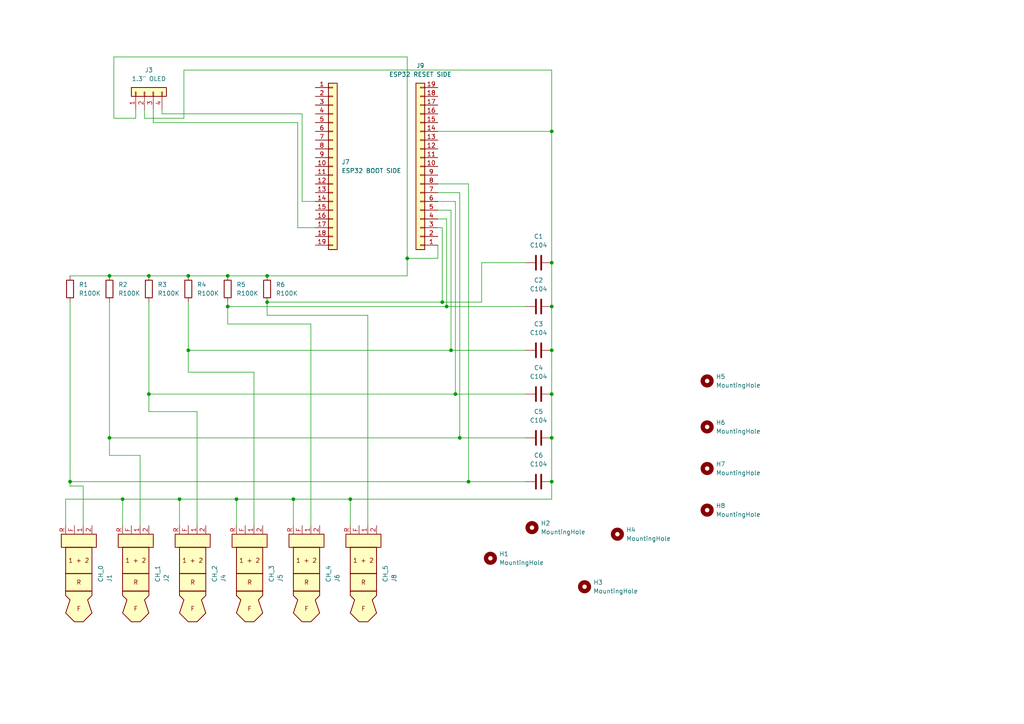
<source format=kicad_sch>
(kicad_sch (version 20211123) (generator eeschema)

  (uuid e63e39d7-6ac0-4ffd-8aa3-1841a4541b55)

  (paper "A4")

  (lib_symbols
    (symbol "Connector_Generic:Conn_01x04" (pin_names (offset 1.016) hide) (in_bom yes) (on_board yes)
      (property "Reference" "J" (id 0) (at 0 5.08 0)
        (effects (font (size 1.27 1.27)))
      )
      (property "Value" "Conn_01x04" (id 1) (at 0 -7.62 0)
        (effects (font (size 1.27 1.27)))
      )
      (property "Footprint" "" (id 2) (at 0 0 0)
        (effects (font (size 1.27 1.27)) hide)
      )
      (property "Datasheet" "~" (id 3) (at 0 0 0)
        (effects (font (size 1.27 1.27)) hide)
      )
      (property "ki_keywords" "connector" (id 4) (at 0 0 0)
        (effects (font (size 1.27 1.27)) hide)
      )
      (property "ki_description" "Generic connector, single row, 01x04, script generated (kicad-library-utils/schlib/autogen/connector/)" (id 5) (at 0 0 0)
        (effects (font (size 1.27 1.27)) hide)
      )
      (property "ki_fp_filters" "Connector*:*_1x??_*" (id 6) (at 0 0 0)
        (effects (font (size 1.27 1.27)) hide)
      )
      (symbol "Conn_01x04_1_1"
        (rectangle (start -1.27 -4.953) (end 0 -5.207)
          (stroke (width 0.1524) (type default) (color 0 0 0 0))
          (fill (type none))
        )
        (rectangle (start -1.27 -2.413) (end 0 -2.667)
          (stroke (width 0.1524) (type default) (color 0 0 0 0))
          (fill (type none))
        )
        (rectangle (start -1.27 0.127) (end 0 -0.127)
          (stroke (width 0.1524) (type default) (color 0 0 0 0))
          (fill (type none))
        )
        (rectangle (start -1.27 2.667) (end 0 2.413)
          (stroke (width 0.1524) (type default) (color 0 0 0 0))
          (fill (type none))
        )
        (rectangle (start -1.27 3.81) (end 1.27 -6.35)
          (stroke (width 0.254) (type default) (color 0 0 0 0))
          (fill (type background))
        )
        (pin passive line (at -5.08 2.54 0) (length 3.81)
          (name "Pin_1" (effects (font (size 1.27 1.27))))
          (number "1" (effects (font (size 1.27 1.27))))
        )
        (pin passive line (at -5.08 0 0) (length 3.81)
          (name "Pin_2" (effects (font (size 1.27 1.27))))
          (number "2" (effects (font (size 1.27 1.27))))
        )
        (pin passive line (at -5.08 -2.54 0) (length 3.81)
          (name "Pin_3" (effects (font (size 1.27 1.27))))
          (number "3" (effects (font (size 1.27 1.27))))
        )
        (pin passive line (at -5.08 -5.08 0) (length 3.81)
          (name "Pin_4" (effects (font (size 1.27 1.27))))
          (number "4" (effects (font (size 1.27 1.27))))
        )
      )
    )
    (symbol "Connector_Generic:Conn_01x19" (pin_names (offset 1.016) hide) (in_bom yes) (on_board yes)
      (property "Reference" "J" (id 0) (at 0 25.4 0)
        (effects (font (size 1.27 1.27)))
      )
      (property "Value" "Conn_01x19" (id 1) (at 0 -25.4 0)
        (effects (font (size 1.27 1.27)))
      )
      (property "Footprint" "" (id 2) (at 0 0 0)
        (effects (font (size 1.27 1.27)) hide)
      )
      (property "Datasheet" "~" (id 3) (at 0 0 0)
        (effects (font (size 1.27 1.27)) hide)
      )
      (property "ki_keywords" "connector" (id 4) (at 0 0 0)
        (effects (font (size 1.27 1.27)) hide)
      )
      (property "ki_description" "Generic connector, single row, 01x19, script generated (kicad-library-utils/schlib/autogen/connector/)" (id 5) (at 0 0 0)
        (effects (font (size 1.27 1.27)) hide)
      )
      (property "ki_fp_filters" "Connector*:*_1x??_*" (id 6) (at 0 0 0)
        (effects (font (size 1.27 1.27)) hide)
      )
      (symbol "Conn_01x19_1_1"
        (rectangle (start -1.27 -22.733) (end 0 -22.987)
          (stroke (width 0.1524) (type default) (color 0 0 0 0))
          (fill (type none))
        )
        (rectangle (start -1.27 -20.193) (end 0 -20.447)
          (stroke (width 0.1524) (type default) (color 0 0 0 0))
          (fill (type none))
        )
        (rectangle (start -1.27 -17.653) (end 0 -17.907)
          (stroke (width 0.1524) (type default) (color 0 0 0 0))
          (fill (type none))
        )
        (rectangle (start -1.27 -15.113) (end 0 -15.367)
          (stroke (width 0.1524) (type default) (color 0 0 0 0))
          (fill (type none))
        )
        (rectangle (start -1.27 -12.573) (end 0 -12.827)
          (stroke (width 0.1524) (type default) (color 0 0 0 0))
          (fill (type none))
        )
        (rectangle (start -1.27 -10.033) (end 0 -10.287)
          (stroke (width 0.1524) (type default) (color 0 0 0 0))
          (fill (type none))
        )
        (rectangle (start -1.27 -7.493) (end 0 -7.747)
          (stroke (width 0.1524) (type default) (color 0 0 0 0))
          (fill (type none))
        )
        (rectangle (start -1.27 -4.953) (end 0 -5.207)
          (stroke (width 0.1524) (type default) (color 0 0 0 0))
          (fill (type none))
        )
        (rectangle (start -1.27 -2.413) (end 0 -2.667)
          (stroke (width 0.1524) (type default) (color 0 0 0 0))
          (fill (type none))
        )
        (rectangle (start -1.27 0.127) (end 0 -0.127)
          (stroke (width 0.1524) (type default) (color 0 0 0 0))
          (fill (type none))
        )
        (rectangle (start -1.27 2.667) (end 0 2.413)
          (stroke (width 0.1524) (type default) (color 0 0 0 0))
          (fill (type none))
        )
        (rectangle (start -1.27 5.207) (end 0 4.953)
          (stroke (width 0.1524) (type default) (color 0 0 0 0))
          (fill (type none))
        )
        (rectangle (start -1.27 7.747) (end 0 7.493)
          (stroke (width 0.1524) (type default) (color 0 0 0 0))
          (fill (type none))
        )
        (rectangle (start -1.27 10.287) (end 0 10.033)
          (stroke (width 0.1524) (type default) (color 0 0 0 0))
          (fill (type none))
        )
        (rectangle (start -1.27 12.827) (end 0 12.573)
          (stroke (width 0.1524) (type default) (color 0 0 0 0))
          (fill (type none))
        )
        (rectangle (start -1.27 15.367) (end 0 15.113)
          (stroke (width 0.1524) (type default) (color 0 0 0 0))
          (fill (type none))
        )
        (rectangle (start -1.27 17.907) (end 0 17.653)
          (stroke (width 0.1524) (type default) (color 0 0 0 0))
          (fill (type none))
        )
        (rectangle (start -1.27 20.447) (end 0 20.193)
          (stroke (width 0.1524) (type default) (color 0 0 0 0))
          (fill (type none))
        )
        (rectangle (start -1.27 22.987) (end 0 22.733)
          (stroke (width 0.1524) (type default) (color 0 0 0 0))
          (fill (type none))
        )
        (rectangle (start -1.27 24.13) (end 1.27 -24.13)
          (stroke (width 0.254) (type default) (color 0 0 0 0))
          (fill (type background))
        )
        (pin passive line (at -5.08 22.86 0) (length 3.81)
          (name "Pin_1" (effects (font (size 1.27 1.27))))
          (number "1" (effects (font (size 1.27 1.27))))
        )
        (pin passive line (at -5.08 0 0) (length 3.81)
          (name "Pin_10" (effects (font (size 1.27 1.27))))
          (number "10" (effects (font (size 1.27 1.27))))
        )
        (pin passive line (at -5.08 -2.54 0) (length 3.81)
          (name "Pin_11" (effects (font (size 1.27 1.27))))
          (number "11" (effects (font (size 1.27 1.27))))
        )
        (pin passive line (at -5.08 -5.08 0) (length 3.81)
          (name "Pin_12" (effects (font (size 1.27 1.27))))
          (number "12" (effects (font (size 1.27 1.27))))
        )
        (pin passive line (at -5.08 -7.62 0) (length 3.81)
          (name "Pin_13" (effects (font (size 1.27 1.27))))
          (number "13" (effects (font (size 1.27 1.27))))
        )
        (pin passive line (at -5.08 -10.16 0) (length 3.81)
          (name "Pin_14" (effects (font (size 1.27 1.27))))
          (number "14" (effects (font (size 1.27 1.27))))
        )
        (pin passive line (at -5.08 -12.7 0) (length 3.81)
          (name "Pin_15" (effects (font (size 1.27 1.27))))
          (number "15" (effects (font (size 1.27 1.27))))
        )
        (pin passive line (at -5.08 -15.24 0) (length 3.81)
          (name "Pin_16" (effects (font (size 1.27 1.27))))
          (number "16" (effects (font (size 1.27 1.27))))
        )
        (pin passive line (at -5.08 -17.78 0) (length 3.81)
          (name "Pin_17" (effects (font (size 1.27 1.27))))
          (number "17" (effects (font (size 1.27 1.27))))
        )
        (pin passive line (at -5.08 -20.32 0) (length 3.81)
          (name "Pin_18" (effects (font (size 1.27 1.27))))
          (number "18" (effects (font (size 1.27 1.27))))
        )
        (pin passive line (at -5.08 -22.86 0) (length 3.81)
          (name "Pin_19" (effects (font (size 1.27 1.27))))
          (number "19" (effects (font (size 1.27 1.27))))
        )
        (pin passive line (at -5.08 20.32 0) (length 3.81)
          (name "Pin_2" (effects (font (size 1.27 1.27))))
          (number "2" (effects (font (size 1.27 1.27))))
        )
        (pin passive line (at -5.08 17.78 0) (length 3.81)
          (name "Pin_3" (effects (font (size 1.27 1.27))))
          (number "3" (effects (font (size 1.27 1.27))))
        )
        (pin passive line (at -5.08 15.24 0) (length 3.81)
          (name "Pin_4" (effects (font (size 1.27 1.27))))
          (number "4" (effects (font (size 1.27 1.27))))
        )
        (pin passive line (at -5.08 12.7 0) (length 3.81)
          (name "Pin_5" (effects (font (size 1.27 1.27))))
          (number "5" (effects (font (size 1.27 1.27))))
        )
        (pin passive line (at -5.08 10.16 0) (length 3.81)
          (name "Pin_6" (effects (font (size 1.27 1.27))))
          (number "6" (effects (font (size 1.27 1.27))))
        )
        (pin passive line (at -5.08 7.62 0) (length 3.81)
          (name "Pin_7" (effects (font (size 1.27 1.27))))
          (number "7" (effects (font (size 1.27 1.27))))
        )
        (pin passive line (at -5.08 5.08 0) (length 3.81)
          (name "Pin_8" (effects (font (size 1.27 1.27))))
          (number "8" (effects (font (size 1.27 1.27))))
        )
        (pin passive line (at -5.08 2.54 0) (length 3.81)
          (name "Pin_9" (effects (font (size 1.27 1.27))))
          (number "9" (effects (font (size 1.27 1.27))))
        )
      )
    )
    (symbol "Device:C" (pin_numbers hide) (pin_names (offset 0.254)) (in_bom yes) (on_board yes)
      (property "Reference" "C" (id 0) (at 0.635 2.54 0)
        (effects (font (size 1.27 1.27)) (justify left))
      )
      (property "Value" "C" (id 1) (at 0.635 -2.54 0)
        (effects (font (size 1.27 1.27)) (justify left))
      )
      (property "Footprint" "" (id 2) (at 0.9652 -3.81 0)
        (effects (font (size 1.27 1.27)) hide)
      )
      (property "Datasheet" "~" (id 3) (at 0 0 0)
        (effects (font (size 1.27 1.27)) hide)
      )
      (property "ki_keywords" "cap capacitor" (id 4) (at 0 0 0)
        (effects (font (size 1.27 1.27)) hide)
      )
      (property "ki_description" "Unpolarized capacitor" (id 5) (at 0 0 0)
        (effects (font (size 1.27 1.27)) hide)
      )
      (property "ki_fp_filters" "C_*" (id 6) (at 0 0 0)
        (effects (font (size 1.27 1.27)) hide)
      )
      (symbol "C_0_1"
        (polyline
          (pts
            (xy -2.032 -0.762)
            (xy 2.032 -0.762)
          )
          (stroke (width 0.508) (type default) (color 0 0 0 0))
          (fill (type none))
        )
        (polyline
          (pts
            (xy -2.032 0.762)
            (xy 2.032 0.762)
          )
          (stroke (width 0.508) (type default) (color 0 0 0 0))
          (fill (type none))
        )
      )
      (symbol "C_1_1"
        (pin passive line (at 0 3.81 270) (length 2.794)
          (name "~" (effects (font (size 1.27 1.27))))
          (number "1" (effects (font (size 1.27 1.27))))
        )
        (pin passive line (at 0 -3.81 90) (length 2.794)
          (name "~" (effects (font (size 1.27 1.27))))
          (number "2" (effects (font (size 1.27 1.27))))
        )
      )
    )
    (symbol "Device:R" (pin_numbers hide) (pin_names (offset 0)) (in_bom yes) (on_board yes)
      (property "Reference" "R" (id 0) (at 2.032 0 90)
        (effects (font (size 1.27 1.27)))
      )
      (property "Value" "R" (id 1) (at 0 0 90)
        (effects (font (size 1.27 1.27)))
      )
      (property "Footprint" "" (id 2) (at -1.778 0 90)
        (effects (font (size 1.27 1.27)) hide)
      )
      (property "Datasheet" "~" (id 3) (at 0 0 0)
        (effects (font (size 1.27 1.27)) hide)
      )
      (property "ki_keywords" "R res resistor" (id 4) (at 0 0 0)
        (effects (font (size 1.27 1.27)) hide)
      )
      (property "ki_description" "Resistor" (id 5) (at 0 0 0)
        (effects (font (size 1.27 1.27)) hide)
      )
      (property "ki_fp_filters" "R_*" (id 6) (at 0 0 0)
        (effects (font (size 1.27 1.27)) hide)
      )
      (symbol "R_0_1"
        (rectangle (start -1.016 -2.54) (end 1.016 2.54)
          (stroke (width 0.254) (type default) (color 0 0 0 0))
          (fill (type none))
        )
      )
      (symbol "R_1_1"
        (pin passive line (at 0 3.81 270) (length 1.27)
          (name "~" (effects (font (size 1.27 1.27))))
          (number "1" (effects (font (size 1.27 1.27))))
        )
        (pin passive line (at 0 -3.81 90) (length 1.27)
          (name "~" (effects (font (size 1.27 1.27))))
          (number "2" (effects (font (size 1.27 1.27))))
        )
      )
    )
    (symbol "Mechanical:MountingHole" (pin_names (offset 1.016)) (in_bom yes) (on_board yes)
      (property "Reference" "H" (id 0) (at 0 5.08 0)
        (effects (font (size 1.27 1.27)))
      )
      (property "Value" "MountingHole" (id 1) (at 0 3.175 0)
        (effects (font (size 1.27 1.27)))
      )
      (property "Footprint" "" (id 2) (at 0 0 0)
        (effects (font (size 1.27 1.27)) hide)
      )
      (property "Datasheet" "~" (id 3) (at 0 0 0)
        (effects (font (size 1.27 1.27)) hide)
      )
      (property "ki_keywords" "mounting hole" (id 4) (at 0 0 0)
        (effects (font (size 1.27 1.27)) hide)
      )
      (property "ki_description" "Mounting Hole without connection" (id 5) (at 0 0 0)
        (effects (font (size 1.27 1.27)) hide)
      )
      (property "ki_fp_filters" "MountingHole*" (id 6) (at 0 0 0)
        (effects (font (size 1.27 1.27)) hide)
      )
      (symbol "MountingHole_0_1"
        (circle (center 0 0) (radius 1.27)
          (stroke (width 1.27) (type default) (color 0 0 0 0))
          (fill (type none))
        )
      )
    )
    (symbol "MyLibrarySymbols:PJ-210B" (in_bom yes) (on_board yes)
      (property "Reference" "J" (id 0) (at -4.445 6.985 90)
        (effects (font (size 1.27 1.27)))
      )
      (property "Value" "PJ-210B" (id 1) (at 8.255 8.255 90)
        (effects (font (size 1.27 1.27)))
      )
      (property "Footprint" "" (id 2) (at 3.175 5.715 90)
        (effects (font (size 1.27 1.27)) hide)
      )
      (property "Datasheet" "~" (id 3) (at 3.175 5.715 90)
        (effects (font (size 1.27 1.27)) hide)
      )
      (property "ki_keywords" "audio jack plug stereo headphones TRRS connector 2.5mm 3.5mm" (id 4) (at 0 0 0)
        (effects (font (size 1.27 1.27)) hide)
      )
      (property "ki_description" "Audio Jack, 4 Poles (Stereo / TRRS)" (id 5) (at 0 0 0)
        (effects (font (size 1.27 1.27)) hide)
      )
      (property "ki_fp_filters" "Plug*" (id 6) (at 0 0 0)
        (effects (font (size 1.27 1.27)) hide)
      )
      (symbol "PJ-210B_0_0"
        (text "1 + 2" (at 1.905 1.905 0)
          (effects (font (size 1.27 1.27)))
        )
        (text "F" (at 1.905 -12.065 0)
          (effects (font (size 1.27 1.27)))
        )
        (text "R" (at 1.905 -4.445 0)
          (effects (font (size 1.27 1.27)))
        )
      )
      (symbol "PJ-210B_0_1"
        (rectangle (start -3.175 9.525) (end 6.985 5.715)
          (stroke (width 0.254) (type default) (color 0 0 0 0))
          (fill (type background))
        )
        (rectangle (start -1.905 -1.905) (end 5.715 -6.985)
          (stroke (width 0.254) (type default) (color 0 0 0 0))
          (fill (type background))
        )
        (rectangle (start -1.905 -1.905) (end 5.715 5.715)
          (stroke (width 0.254) (type default) (color 0 0 0 0))
          (fill (type background))
        )
        (polyline
          (pts
            (xy -1.905 -6.985)
            (xy -1.905 -8.255)
            (xy -0.635 -9.525)
            (xy -1.905 -13.335)
            (xy 0.635 -15.875)
            (xy 3.175 -15.875)
            (xy 5.715 -13.335)
            (xy 4.445 -9.525)
            (xy 5.715 -8.255)
            (xy 5.715 -6.985)
            (xy -1.905 -6.985)
          )
          (stroke (width 0.254) (type default) (color 0 0 0 0))
          (fill (type background))
        )
      )
      (symbol "PJ-210B_1_1"
        (pin passive line (at 3.175 12.065 270) (length 2.54)
          (name "~" (effects (font (size 1.27 1.27))))
          (number "1" (effects (font (size 1.27 1.27))))
        )
        (pin passive line (at 5.715 12.065 270) (length 2.54)
          (name "~" (effects (font (size 1.27 1.27))))
          (number "2" (effects (font (size 1.27 1.27))))
        )
        (pin passive line (at 0.635 12.065 270) (length 2.54)
          (name "~" (effects (font (size 1.27 1.27))))
          (number "F" (effects (font (size 1.27 1.27))))
        )
        (pin passive line (at -1.905 12.065 270) (length 2.54)
          (name "~" (effects (font (size 1.27 1.27))))
          (number "R" (effects (font (size 1.27 1.27))))
        )
      )
    )
  )

  (junction (at 77.47 87.63) (diameter 0) (color 0 0 0 0)
    (uuid 0624720b-cac1-4df6-bc5d-a42920a76a90)
  )
  (junction (at 54.61 101.6) (diameter 0) (color 0 0 0 0)
    (uuid 0e188e80-8310-4ef9-bb17-516c4c0ea942)
  )
  (junction (at 85.09 144.78) (diameter 0) (color 0 0 0 0)
    (uuid 0e70bab6-ce9d-4438-b613-4db3b3345496)
  )
  (junction (at 54.61 80.01) (diameter 0) (color 0 0 0 0)
    (uuid 117590f8-a296-495c-93a8-03865b1824aa)
  )
  (junction (at 160.02 88.9) (diameter 0) (color 0 0 0 0)
    (uuid 25e76175-c81b-4631-a033-8bf5c8750d8e)
  )
  (junction (at 66.04 88.9) (diameter 0) (color 0 0 0 0)
    (uuid 44029863-c050-4275-b5aa-d3dd1b839dcd)
  )
  (junction (at 130.81 101.6) (diameter 0) (color 0 0 0 0)
    (uuid 44b184ef-56db-492a-a791-15f3824563df)
  )
  (junction (at 52.07 144.78) (diameter 0) (color 0 0 0 0)
    (uuid 46672d41-23f5-4a8b-a527-af3fd81ce725)
  )
  (junction (at 118.11 74.93) (diameter 0) (color 0 0 0 0)
    (uuid 4ab00b4d-c646-4fde-97be-d33a7736476f)
  )
  (junction (at 129.54 88.9) (diameter 0) (color 0 0 0 0)
    (uuid 5e20e1cb-8bc0-4006-b80a-3510b2ee59e1)
  )
  (junction (at 43.18 80.01) (diameter 0) (color 0 0 0 0)
    (uuid 6632fe86-72da-4886-bb65-2f3a27b8d991)
  )
  (junction (at 160.02 139.7) (diameter 0) (color 0 0 0 0)
    (uuid 6ae48240-c826-449f-8d4a-f6cd00a0b5d3)
  )
  (junction (at 35.56 144.78) (diameter 0) (color 0 0 0 0)
    (uuid 6e256b5c-9f27-4ca3-a48d-4196b03bfcc2)
  )
  (junction (at 77.47 80.01) (diameter 0) (color 0 0 0 0)
    (uuid 7178fed0-4a59-4f9b-af94-a19f6d660568)
  )
  (junction (at 128.27 87.63) (diameter 0) (color 0 0 0 0)
    (uuid 7560da25-8a4f-445f-8f13-bbf0535f8bdd)
  )
  (junction (at 101.6 144.78) (diameter 0) (color 0 0 0 0)
    (uuid 7e19182b-c3b6-47cc-af36-e0fa80856baf)
  )
  (junction (at 133.35 127) (diameter 0) (color 0 0 0 0)
    (uuid 833fc7da-47fe-4579-9b3e-46beb4aee4f8)
  )
  (junction (at 68.58 144.78) (diameter 0) (color 0 0 0 0)
    (uuid 8bea086a-74ce-4f77-8026-cb3925c0b063)
  )
  (junction (at 31.75 127) (diameter 0) (color 0 0 0 0)
    (uuid 94db4f0f-0fbe-4575-9c6e-18629cbbcc58)
  )
  (junction (at 66.04 80.01) (diameter 0) (color 0 0 0 0)
    (uuid 9941de3b-f58f-4565-85a1-f12a219c44e2)
  )
  (junction (at 135.89 139.7) (diameter 0) (color 0 0 0 0)
    (uuid 9d236298-38f2-4362-9ef4-1e7c4af9f8a8)
  )
  (junction (at 160.02 38.1) (diameter 0) (color 0 0 0 0)
    (uuid a23a1551-d1f6-4700-b6bd-537193d83105)
  )
  (junction (at 160.02 114.3) (diameter 0) (color 0 0 0 0)
    (uuid a864d05c-060c-47af-a736-432d5bc458d5)
  )
  (junction (at 160.02 76.2) (diameter 0) (color 0 0 0 0)
    (uuid a9972473-3667-4e1a-8a41-b6e79e2e07b8)
  )
  (junction (at 132.08 114.3) (diameter 0) (color 0 0 0 0)
    (uuid aa17216b-978f-4fab-aaba-ae62a799e5b5)
  )
  (junction (at 20.32 139.7) (diameter 0) (color 0 0 0 0)
    (uuid b5e84dd6-2f57-4ca8-8546-c039342b21bb)
  )
  (junction (at 43.18 114.3) (diameter 0) (color 0 0 0 0)
    (uuid b881029e-cbfe-4d98-a126-45568a7b947e)
  )
  (junction (at 31.75 80.01) (diameter 0) (color 0 0 0 0)
    (uuid be5710c2-0ec7-41c6-af8f-51881b777d46)
  )
  (junction (at 160.02 127) (diameter 0) (color 0 0 0 0)
    (uuid be6885ae-024b-40af-96da-568d286bf13d)
  )
  (junction (at 160.02 101.6) (diameter 0) (color 0 0 0 0)
    (uuid e0ab3275-a7e3-405c-bc89-abb275f7b608)
  )

  (wire (pts (xy 66.04 87.63) (xy 66.04 88.9))
    (stroke (width 0) (type default) (color 0 0 0 0))
    (uuid 021f3c5e-47b9-42e9-9d60-e19544f03dab)
  )
  (wire (pts (xy 130.81 101.6) (xy 152.4 101.6))
    (stroke (width 0) (type default) (color 0 0 0 0))
    (uuid 041d805e-1018-48c8-ac7e-b1e65ffca759)
  )
  (wire (pts (xy 31.75 87.63) (xy 31.75 127))
    (stroke (width 0) (type default) (color 0 0 0 0))
    (uuid 084d0cc2-1d14-4386-8e7f-0b1708645390)
  )
  (wire (pts (xy 33.02 16.51) (xy 33.02 34.29))
    (stroke (width 0) (type default) (color 0 0 0 0))
    (uuid 093b31d5-edb1-4498-898f-4bf3e02ca7b2)
  )
  (wire (pts (xy 54.61 101.6) (xy 130.81 101.6))
    (stroke (width 0) (type default) (color 0 0 0 0))
    (uuid 0bb5b1d5-63d3-4149-b2b0-f4af93b2cabd)
  )
  (wire (pts (xy 31.75 132.08) (xy 31.75 127))
    (stroke (width 0) (type default) (color 0 0 0 0))
    (uuid 0bc697d5-7429-426c-9cfb-79101ca384d3)
  )
  (wire (pts (xy 20.32 139.7) (xy 20.32 140.97))
    (stroke (width 0) (type default) (color 0 0 0 0))
    (uuid 123a680c-7b92-42c2-9826-22ff960398ef)
  )
  (wire (pts (xy 40.64 152.4) (xy 40.64 132.08))
    (stroke (width 0) (type default) (color 0 0 0 0))
    (uuid 18850c45-2448-430c-9fe1-508e9ef1d65a)
  )
  (wire (pts (xy 73.66 152.4) (xy 73.66 107.95))
    (stroke (width 0) (type default) (color 0 0 0 0))
    (uuid 18ff7b70-2f4b-4791-91f9-efc6ad39c353)
  )
  (wire (pts (xy 44.45 35.56) (xy 44.45 31.75))
    (stroke (width 0) (type default) (color 0 0 0 0))
    (uuid 19117bac-fb9a-43b7-a7fe-cdc32e217724)
  )
  (wire (pts (xy 160.02 101.6) (xy 160.02 114.3))
    (stroke (width 0) (type default) (color 0 0 0 0))
    (uuid 1926b84b-9788-4854-964b-d9b6fc685b27)
  )
  (wire (pts (xy 160.02 88.9) (xy 160.02 101.6))
    (stroke (width 0) (type default) (color 0 0 0 0))
    (uuid 1c7a4d39-03d0-4184-b4cc-f49844598e21)
  )
  (wire (pts (xy 133.35 55.88) (xy 133.35 127))
    (stroke (width 0) (type default) (color 0 0 0 0))
    (uuid 1cb48378-cc09-45e0-ac2b-6214a4d743c8)
  )
  (wire (pts (xy 20.32 80.01) (xy 31.75 80.01))
    (stroke (width 0) (type default) (color 0 0 0 0))
    (uuid 1db28020-6b86-4c3b-9dd6-690bb8430a6e)
  )
  (wire (pts (xy 53.34 20.32) (xy 53.34 34.29))
    (stroke (width 0) (type default) (color 0 0 0 0))
    (uuid 1e06fa10-cc35-4228-b282-c7fecff18995)
  )
  (wire (pts (xy 31.75 127) (xy 133.35 127))
    (stroke (width 0) (type default) (color 0 0 0 0))
    (uuid 23db7f5e-41f3-47a1-8c68-fa1474536e53)
  )
  (wire (pts (xy 106.68 152.4) (xy 106.68 91.44))
    (stroke (width 0) (type default) (color 0 0 0 0))
    (uuid 2574a326-aa1d-4bcf-8364-fd35d10db213)
  )
  (wire (pts (xy 127 38.1) (xy 160.02 38.1))
    (stroke (width 0) (type default) (color 0 0 0 0))
    (uuid 25c67011-0c42-478c-9ecd-82ddd09dca81)
  )
  (wire (pts (xy 87.63 58.42) (xy 87.63 33.02))
    (stroke (width 0) (type default) (color 0 0 0 0))
    (uuid 31c3038c-2a69-44fc-9273-b0808649b80c)
  )
  (wire (pts (xy 135.89 139.7) (xy 152.4 139.7))
    (stroke (width 0) (type default) (color 0 0 0 0))
    (uuid 35f9ab79-c877-4a0f-a243-b8fdec21d76a)
  )
  (wire (pts (xy 160.02 114.3) (xy 160.02 127))
    (stroke (width 0) (type default) (color 0 0 0 0))
    (uuid 393575db-f2a7-4a7b-88f5-0de5c0d64190)
  )
  (wire (pts (xy 127 63.5) (xy 129.54 63.5))
    (stroke (width 0) (type default) (color 0 0 0 0))
    (uuid 39e84082-6dff-4103-a7d0-6ce85284a95d)
  )
  (wire (pts (xy 91.44 66.04) (xy 86.36 66.04))
    (stroke (width 0) (type default) (color 0 0 0 0))
    (uuid 4002f40b-e1ed-421d-836f-4c21903ab03a)
  )
  (wire (pts (xy 77.47 87.63) (xy 128.27 87.63))
    (stroke (width 0) (type default) (color 0 0 0 0))
    (uuid 4095392b-c6bf-4ce6-bce1-7b635e0fc2b7)
  )
  (wire (pts (xy 19.05 144.78) (xy 35.56 144.78))
    (stroke (width 0) (type default) (color 0 0 0 0))
    (uuid 4390d7c3-8e0b-472d-8521-f6dcb7dc6e97)
  )
  (wire (pts (xy 133.35 127) (xy 152.4 127))
    (stroke (width 0) (type default) (color 0 0 0 0))
    (uuid 481cfff2-8420-4092-a3ec-ca679bb96f63)
  )
  (wire (pts (xy 54.61 80.01) (xy 66.04 80.01))
    (stroke (width 0) (type default) (color 0 0 0 0))
    (uuid 4c7ca93e-d756-44e4-8722-990e10dedb33)
  )
  (wire (pts (xy 85.09 144.78) (xy 85.09 152.4))
    (stroke (width 0) (type default) (color 0 0 0 0))
    (uuid 4d8d33b5-8d2d-4b9d-be0a-ba69412b29e0)
  )
  (wire (pts (xy 43.18 80.01) (xy 54.61 80.01))
    (stroke (width 0) (type default) (color 0 0 0 0))
    (uuid 4e5d3bea-b075-4964-81c1-88c1d40098bd)
  )
  (wire (pts (xy 77.47 80.01) (xy 118.11 80.01))
    (stroke (width 0) (type default) (color 0 0 0 0))
    (uuid 4eae9114-88c8-4551-b2c8-073ed28130a4)
  )
  (wire (pts (xy 87.63 58.42) (xy 91.44 58.42))
    (stroke (width 0) (type default) (color 0 0 0 0))
    (uuid 4f853f33-c75d-41c8-9316-6a6bef271bf9)
  )
  (wire (pts (xy 127 66.04) (xy 128.27 66.04))
    (stroke (width 0) (type default) (color 0 0 0 0))
    (uuid 558b2fcf-20d4-4913-92e0-901c5089c754)
  )
  (wire (pts (xy 129.54 88.9) (xy 152.4 88.9))
    (stroke (width 0) (type default) (color 0 0 0 0))
    (uuid 56295701-ac4c-456d-9d22-178738a2dc66)
  )
  (wire (pts (xy 87.63 33.02) (xy 46.99 33.02))
    (stroke (width 0) (type default) (color 0 0 0 0))
    (uuid 58318b4b-e4e7-4353-803a-df0564e387e9)
  )
  (wire (pts (xy 127 60.96) (xy 130.81 60.96))
    (stroke (width 0) (type default) (color 0 0 0 0))
    (uuid 5c59dd24-d07f-4582-8b33-4e9721cbdefd)
  )
  (wire (pts (xy 73.66 107.95) (xy 54.61 107.95))
    (stroke (width 0) (type default) (color 0 0 0 0))
    (uuid 5d77a4b4-9d83-4a3c-b535-2fb40c637be0)
  )
  (wire (pts (xy 118.11 16.51) (xy 33.02 16.51))
    (stroke (width 0) (type default) (color 0 0 0 0))
    (uuid 635b22a6-5458-4897-a251-4d3c0823333b)
  )
  (wire (pts (xy 20.32 87.63) (xy 20.32 139.7))
    (stroke (width 0) (type default) (color 0 0 0 0))
    (uuid 6742b134-6982-4dc2-be8d-32711cd44456)
  )
  (wire (pts (xy 160.02 20.32) (xy 160.02 38.1))
    (stroke (width 0) (type default) (color 0 0 0 0))
    (uuid 680c9338-b49d-4168-adf1-7ca0efc08cc2)
  )
  (wire (pts (xy 40.64 132.08) (xy 31.75 132.08))
    (stroke (width 0) (type default) (color 0 0 0 0))
    (uuid 6cb7c1bf-ebd3-4638-a93c-fc3ef57a71f0)
  )
  (wire (pts (xy 24.13 140.97) (xy 24.13 152.4))
    (stroke (width 0) (type default) (color 0 0 0 0))
    (uuid 6ece6df8-6f75-4650-a7e2-14259e875486)
  )
  (wire (pts (xy 43.18 119.38) (xy 43.18 114.3))
    (stroke (width 0) (type default) (color 0 0 0 0))
    (uuid 70026751-d9e7-4d40-bb22-654fbbbb8c83)
  )
  (wire (pts (xy 127 74.93) (xy 118.11 74.93))
    (stroke (width 0) (type default) (color 0 0 0 0))
    (uuid 70835fb0-9edc-449e-bce1-8e681449f320)
  )
  (wire (pts (xy 127 58.42) (xy 132.08 58.42))
    (stroke (width 0) (type default) (color 0 0 0 0))
    (uuid 7149482d-b4d2-46ef-a7c3-9dca110ab036)
  )
  (wire (pts (xy 160.02 127) (xy 160.02 139.7))
    (stroke (width 0) (type default) (color 0 0 0 0))
    (uuid 739713fb-190e-42cb-9657-4bbb9b5e9502)
  )
  (wire (pts (xy 90.17 152.4) (xy 90.17 93.98))
    (stroke (width 0) (type default) (color 0 0 0 0))
    (uuid 74aad51f-85a2-4e71-b50d-d3ebd435c9af)
  )
  (wire (pts (xy 54.61 87.63) (xy 54.61 101.6))
    (stroke (width 0) (type default) (color 0 0 0 0))
    (uuid 7695dca9-0eb3-4520-8295-807e611e3842)
  )
  (wire (pts (xy 68.58 144.78) (xy 85.09 144.78))
    (stroke (width 0) (type default) (color 0 0 0 0))
    (uuid 7a11bdab-ba61-48cf-8332-48efe460475e)
  )
  (wire (pts (xy 127 53.34) (xy 135.89 53.34))
    (stroke (width 0) (type default) (color 0 0 0 0))
    (uuid 7b312f51-b901-4f63-a4cb-6cea549f7b58)
  )
  (wire (pts (xy 66.04 80.01) (xy 77.47 80.01))
    (stroke (width 0) (type default) (color 0 0 0 0))
    (uuid 7c17a8cb-3ee2-411d-9d98-aa657fbca83b)
  )
  (wire (pts (xy 68.58 144.78) (xy 68.58 152.4))
    (stroke (width 0) (type default) (color 0 0 0 0))
    (uuid 7ea318bf-a7b5-4add-87d6-356cfb8a34bc)
  )
  (wire (pts (xy 139.7 76.2) (xy 152.4 76.2))
    (stroke (width 0) (type default) (color 0 0 0 0))
    (uuid 7ff8c774-730c-4864-a049-b8c9a6e69f59)
  )
  (wire (pts (xy 139.7 87.63) (xy 139.7 76.2))
    (stroke (width 0) (type default) (color 0 0 0 0))
    (uuid 8723b34a-bc73-43e6-8169-272b3f3d99e4)
  )
  (wire (pts (xy 106.68 91.44) (xy 77.47 91.44))
    (stroke (width 0) (type default) (color 0 0 0 0))
    (uuid 8755b135-b5fe-48fe-9109-8ce3dfbe8780)
  )
  (wire (pts (xy 43.18 87.63) (xy 43.18 114.3))
    (stroke (width 0) (type default) (color 0 0 0 0))
    (uuid 8cd260e0-e99c-430b-b1e8-13faedfa90f3)
  )
  (wire (pts (xy 135.89 53.34) (xy 135.89 139.7))
    (stroke (width 0) (type default) (color 0 0 0 0))
    (uuid 8e5a4cef-629a-4f72-aa88-320881ed2a82)
  )
  (wire (pts (xy 130.81 60.96) (xy 130.81 101.6))
    (stroke (width 0) (type default) (color 0 0 0 0))
    (uuid 8ecc18cb-61c5-44a8-b3e5-2e9331fcde1a)
  )
  (wire (pts (xy 127 55.88) (xy 133.35 55.88))
    (stroke (width 0) (type default) (color 0 0 0 0))
    (uuid 9992ee8e-fd03-46ed-b2b9-ccdf097ceef0)
  )
  (wire (pts (xy 52.07 144.78) (xy 52.07 152.4))
    (stroke (width 0) (type default) (color 0 0 0 0))
    (uuid 9d65c916-e5d1-4256-95e3-0b4aa863899e)
  )
  (wire (pts (xy 53.34 34.29) (xy 41.91 34.29))
    (stroke (width 0) (type default) (color 0 0 0 0))
    (uuid 9d76eb29-2a75-4748-a4e4-90fe3e0acdb8)
  )
  (wire (pts (xy 132.08 58.42) (xy 132.08 114.3))
    (stroke (width 0) (type default) (color 0 0 0 0))
    (uuid 9f9f4d50-f1b0-4667-9098-0b1f9f0b0a94)
  )
  (wire (pts (xy 52.07 144.78) (xy 68.58 144.78))
    (stroke (width 0) (type default) (color 0 0 0 0))
    (uuid a1208b2a-8ffa-48b1-96ab-5c5d7ac943b9)
  )
  (wire (pts (xy 54.61 107.95) (xy 54.61 101.6))
    (stroke (width 0) (type default) (color 0 0 0 0))
    (uuid a6228aa4-6056-4e93-8c1e-05126c5fc9ab)
  )
  (wire (pts (xy 127 71.12) (xy 127 74.93))
    (stroke (width 0) (type default) (color 0 0 0 0))
    (uuid a6cc3a81-4c00-4e93-819a-655e79ab3381)
  )
  (wire (pts (xy 77.47 87.63) (xy 77.47 91.44))
    (stroke (width 0) (type default) (color 0 0 0 0))
    (uuid a70f0f49-21d2-453b-b35d-0c5eff3feec5)
  )
  (wire (pts (xy 19.05 144.78) (xy 19.05 152.4))
    (stroke (width 0) (type default) (color 0 0 0 0))
    (uuid aad7204c-87a9-4352-99ae-9b3ae95e291d)
  )
  (wire (pts (xy 132.08 114.3) (xy 152.4 114.3))
    (stroke (width 0) (type default) (color 0 0 0 0))
    (uuid ae609db9-73b3-4e98-b7fb-b952aac361e6)
  )
  (wire (pts (xy 53.34 20.32) (xy 160.02 20.32))
    (stroke (width 0) (type default) (color 0 0 0 0))
    (uuid b189398d-80b1-44ab-9f2d-2bb02a73b131)
  )
  (wire (pts (xy 35.56 144.78) (xy 35.56 152.4))
    (stroke (width 0) (type default) (color 0 0 0 0))
    (uuid b25fa862-95a1-42c3-bfae-6757344695e5)
  )
  (wire (pts (xy 41.91 34.29) (xy 41.91 31.75))
    (stroke (width 0) (type default) (color 0 0 0 0))
    (uuid b9b47562-61ed-4c27-95b1-22bde93a3eb3)
  )
  (wire (pts (xy 160.02 139.7) (xy 160.02 144.78))
    (stroke (width 0) (type default) (color 0 0 0 0))
    (uuid ba1b33f2-9514-400e-98de-be5911e811bc)
  )
  (wire (pts (xy 160.02 76.2) (xy 160.02 88.9))
    (stroke (width 0) (type default) (color 0 0 0 0))
    (uuid bf0cd6bf-a661-4311-b8a2-d78165f7c555)
  )
  (wire (pts (xy 33.02 34.29) (xy 39.37 34.29))
    (stroke (width 0) (type default) (color 0 0 0 0))
    (uuid c03a6662-32c6-4587-951f-0d704992b559)
  )
  (wire (pts (xy 85.09 144.78) (xy 101.6 144.78))
    (stroke (width 0) (type default) (color 0 0 0 0))
    (uuid c7283596-b68f-4d62-bb58-667dea50ba1b)
  )
  (wire (pts (xy 118.11 74.93) (xy 118.11 80.01))
    (stroke (width 0) (type default) (color 0 0 0 0))
    (uuid cf1abbb0-087c-4531-938b-ef29c8b104c3)
  )
  (wire (pts (xy 35.56 144.78) (xy 52.07 144.78))
    (stroke (width 0) (type default) (color 0 0 0 0))
    (uuid d2e4f79b-2cd4-4b6c-8b77-1e7d7354d6ed)
  )
  (wire (pts (xy 66.04 93.98) (xy 66.04 88.9))
    (stroke (width 0) (type default) (color 0 0 0 0))
    (uuid d59a9cb0-c90a-4f68-9fbf-f6b7175f795d)
  )
  (wire (pts (xy 57.15 152.4) (xy 57.15 119.38))
    (stroke (width 0) (type default) (color 0 0 0 0))
    (uuid dc6b4983-a5d5-4e60-9594-306dba92d54e)
  )
  (wire (pts (xy 66.04 88.9) (xy 129.54 88.9))
    (stroke (width 0) (type default) (color 0 0 0 0))
    (uuid dcbee37c-38f7-4b91-964f-8880d5e170a8)
  )
  (wire (pts (xy 101.6 144.78) (xy 101.6 152.4))
    (stroke (width 0) (type default) (color 0 0 0 0))
    (uuid dfb46883-5a11-448c-8968-ed0868c17cf2)
  )
  (wire (pts (xy 101.6 144.78) (xy 160.02 144.78))
    (stroke (width 0) (type default) (color 0 0 0 0))
    (uuid dfd41904-18ec-4ee4-9a12-b292e5818af9)
  )
  (wire (pts (xy 90.17 93.98) (xy 66.04 93.98))
    (stroke (width 0) (type default) (color 0 0 0 0))
    (uuid e1f73998-f39b-4d93-b8fe-d579c9d9d438)
  )
  (wire (pts (xy 31.75 80.01) (xy 43.18 80.01))
    (stroke (width 0) (type default) (color 0 0 0 0))
    (uuid e23dcdb1-0bee-4a48-8953-398e2dc90b43)
  )
  (wire (pts (xy 128.27 66.04) (xy 128.27 87.63))
    (stroke (width 0) (type default) (color 0 0 0 0))
    (uuid e5438cba-8c47-41f1-95b7-d8da464e718b)
  )
  (wire (pts (xy 128.27 87.63) (xy 139.7 87.63))
    (stroke (width 0) (type default) (color 0 0 0 0))
    (uuid e852a5aa-809e-4568-aaac-ddec5e3bb89a)
  )
  (wire (pts (xy 86.36 35.56) (xy 44.45 35.56))
    (stroke (width 0) (type default) (color 0 0 0 0))
    (uuid e90c6d7c-958e-478c-8aba-afd091837cf4)
  )
  (wire (pts (xy 20.32 140.97) (xy 24.13 140.97))
    (stroke (width 0) (type default) (color 0 0 0 0))
    (uuid ea36829e-2f96-4fca-b6b6-3da5e1d01361)
  )
  (wire (pts (xy 129.54 63.5) (xy 129.54 88.9))
    (stroke (width 0) (type default) (color 0 0 0 0))
    (uuid f525f8c9-1599-4ba5-9dc1-51f2712ebd44)
  )
  (wire (pts (xy 86.36 66.04) (xy 86.36 35.56))
    (stroke (width 0) (type default) (color 0 0 0 0))
    (uuid f6eec60f-10e4-40ba-9614-8d01052c7ead)
  )
  (wire (pts (xy 118.11 74.93) (xy 118.11 16.51))
    (stroke (width 0) (type default) (color 0 0 0 0))
    (uuid f93a7bf7-9f19-4b71-b32a-a3501cb00753)
  )
  (wire (pts (xy 46.99 33.02) (xy 46.99 31.75))
    (stroke (width 0) (type default) (color 0 0 0 0))
    (uuid fa43ce11-2393-428a-9b4b-87bb8854f0da)
  )
  (wire (pts (xy 39.37 34.29) (xy 39.37 31.75))
    (stroke (width 0) (type default) (color 0 0 0 0))
    (uuid fad7d225-cff1-43fe-8200-de5969812cb1)
  )
  (wire (pts (xy 20.32 139.7) (xy 135.89 139.7))
    (stroke (width 0) (type default) (color 0 0 0 0))
    (uuid fb6beab9-836c-4715-9563-e34373e9847e)
  )
  (wire (pts (xy 160.02 38.1) (xy 160.02 76.2))
    (stroke (width 0) (type default) (color 0 0 0 0))
    (uuid fd2d56ad-2a6b-4799-a8aa-717f1a66a79e)
  )
  (wire (pts (xy 57.15 119.38) (xy 43.18 119.38))
    (stroke (width 0) (type default) (color 0 0 0 0))
    (uuid ff3030bb-dff2-4916-b1f5-ea6e83931f7e)
  )
  (wire (pts (xy 43.18 114.3) (xy 132.08 114.3))
    (stroke (width 0) (type default) (color 0 0 0 0))
    (uuid ffbae524-948b-41f5-8939-1678d1aafaa0)
  )

  (symbol (lib_id "Device:C") (at 156.21 88.9 90) (unit 1)
    (in_bom yes) (on_board yes)
    (uuid 00373f9d-a73f-483b-8b4a-b071819f2c6b)
    (property "Reference" "C2" (id 0) (at 156.21 81.28 90))
    (property "Value" "C104" (id 1) (at 156.21 83.82 90))
    (property "Footprint" "Capacitor_THT:C_Disc_D5.0mm_W2.5mm_P2.50mm" (id 2) (at 160.02 87.9348 0)
      (effects (font (size 1.27 1.27)) hide)
    )
    (property "Datasheet" "~" (id 3) (at 156.21 88.9 0)
      (effects (font (size 1.27 1.27)) hide)
    )
    (pin "1" (uuid f4b85731-ab42-4e1c-9318-44e89caa1ae9))
    (pin "2" (uuid e13e375e-60bb-4344-a212-e88b42b44aec))
  )

  (symbol (lib_id "Device:R") (at 43.18 83.82 0) (unit 1)
    (in_bom yes) (on_board yes) (fields_autoplaced)
    (uuid 03d16255-0ce6-43c4-af43-430ffec590be)
    (property "Reference" "R3" (id 0) (at 45.72 82.5499 0)
      (effects (font (size 1.27 1.27)) (justify left))
    )
    (property "Value" "R100K" (id 1) (at 45.72 85.0899 0)
      (effects (font (size 1.27 1.27)) (justify left))
    )
    (property "Footprint" "Resistor_THT:R_Axial_DIN0207_L6.3mm_D2.5mm_P7.62mm_Horizontal" (id 2) (at 41.402 83.82 90)
      (effects (font (size 1.27 1.27)) hide)
    )
    (property "Datasheet" "~" (id 3) (at 43.18 83.82 0)
      (effects (font (size 1.27 1.27)) hide)
    )
    (pin "1" (uuid effbbcde-32da-405c-b9b1-418342a63129))
    (pin "2" (uuid 29a14949-370a-48dc-8a6a-46edcd5f0ea4))
  )

  (symbol (lib_id "MyLibrarySymbols:PJ-210B") (at 103.505 164.465 0) (unit 1)
    (in_bom yes) (on_board yes)
    (uuid 049619b0-83e9-4124-b329-c263e02f46dc)
    (property "Reference" "J8" (id 0) (at 114.3 168.91 90)
      (effects (font (size 1.27 1.27)) (justify left))
    )
    (property "Value" "CH_5" (id 1) (at 111.76 168.9099 90)
      (effects (font (size 1.27 1.27)) (justify left))
    )
    (property "Footprint" "" (id 2) (at 106.68 158.75 90)
      (effects (font (size 1.27 1.27)) hide)
    )
    (property "Datasheet" "~" (id 3) (at 106.68 158.75 90)
      (effects (font (size 1.27 1.27)) hide)
    )
    (pin "1" (uuid 581a519d-22eb-479b-a81c-9015d92b2208))
    (pin "2" (uuid d28d578f-20c6-43c5-92f5-a1a8d48da272))
    (pin "F" (uuid 415a8fbf-309d-41aa-aa26-b44b4e09a0bb))
    (pin "R" (uuid 6ef2baef-0455-40b1-a890-c755321d7acd))
  )

  (symbol (lib_id "Connector_Generic:Conn_01x19") (at 96.52 48.26 0) (unit 1)
    (in_bom yes) (on_board yes)
    (uuid 08441e85-8d59-4357-b023-a8757ac51a12)
    (property "Reference" "J7" (id 0) (at 99.06 46.9899 0)
      (effects (font (size 1.27 1.27)) (justify left))
    )
    (property "Value" "ESP32 BOOT SIDE" (id 1) (at 99.06 49.5299 0)
      (effects (font (size 1.27 1.27)) (justify left))
    )
    (property "Footprint" "Connector_PinSocket_2.54mm:PinSocket_1x19_P2.54mm_Vertical" (id 2) (at 96.52 48.26 0)
      (effects (font (size 1.27 1.27)) hide)
    )
    (property "Datasheet" "~" (id 3) (at 96.52 48.26 0)
      (effects (font (size 1.27 1.27)) hide)
    )
    (pin "1" (uuid 64ac4d62-8954-45cc-8019-769c7604b008))
    (pin "10" (uuid 671902b4-fc26-45bf-880f-6b916ca11eab))
    (pin "11" (uuid 436c18f9-56dc-41f0-a724-d5d7ed8f967a))
    (pin "12" (uuid 633bd50a-eb1a-4125-8222-687637b71a4d))
    (pin "13" (uuid 27863e11-5874-4333-96bd-dc8688f8c315))
    (pin "14" (uuid df0e4e76-c7fa-4be2-9eb4-daa42c994d42))
    (pin "15" (uuid 20475c8c-a4b5-4ebe-b317-97c7ed089e8e))
    (pin "16" (uuid 40d067bc-b9a9-4046-8a83-5bd3f2448c83))
    (pin "17" (uuid 7122fabd-44c1-4907-ae7f-1b59aa18db54))
    (pin "18" (uuid 916a7daf-fac2-4dd5-8235-593f07735236))
    (pin "19" (uuid 80653605-1d9f-4937-b2c0-7a38349025b0))
    (pin "2" (uuid 89809723-149c-4a55-83a8-d6b279c4807e))
    (pin "3" (uuid 7878cf50-9c6c-49da-8387-28fb97f25f24))
    (pin "4" (uuid 87a836ea-0950-4180-859b-7fde27339360))
    (pin "5" (uuid d3be8e2e-a0c5-46d8-9eae-d43731be4932))
    (pin "6" (uuid cc691fa3-b441-44a4-9f7f-84fc56b19861))
    (pin "7" (uuid b615a222-4fdd-4e31-9028-7d27bd5e990f))
    (pin "8" (uuid 479edbfe-22e9-482f-abe6-e8a9ee4f8095))
    (pin "9" (uuid 437fb7c1-3803-4b0d-852f-3e3601ced027))
  )

  (symbol (lib_id "Mechanical:MountingHole") (at 205.105 147.955 0) (unit 1)
    (in_bom yes) (on_board yes) (fields_autoplaced)
    (uuid 094c81b0-4c81-4d80-a28b-79a0736811ce)
    (property "Reference" "H8" (id 0) (at 207.645 146.6849 0)
      (effects (font (size 1.27 1.27)) (justify left))
    )
    (property "Value" "MountingHole" (id 1) (at 207.645 149.2249 0)
      (effects (font (size 1.27 1.27)) (justify left))
    )
    (property "Footprint" "MountingHole:MountingHole_3.2mm_M3" (id 2) (at 205.105 147.955 0)
      (effects (font (size 1.27 1.27)) hide)
    )
    (property "Datasheet" "~" (id 3) (at 205.105 147.955 0)
      (effects (font (size 1.27 1.27)) hide)
    )
  )

  (symbol (lib_id "Mechanical:MountingHole") (at 205.105 135.89 0) (unit 1)
    (in_bom yes) (on_board yes) (fields_autoplaced)
    (uuid 0e3f590c-5795-412d-846f-8b96af4c4486)
    (property "Reference" "H7" (id 0) (at 207.645 134.6199 0)
      (effects (font (size 1.27 1.27)) (justify left))
    )
    (property "Value" "MountingHole" (id 1) (at 207.645 137.1599 0)
      (effects (font (size 1.27 1.27)) (justify left))
    )
    (property "Footprint" "MountingHole:MountingHole_3.2mm_M3" (id 2) (at 205.105 135.89 0)
      (effects (font (size 1.27 1.27)) hide)
    )
    (property "Datasheet" "~" (id 3) (at 205.105 135.89 0)
      (effects (font (size 1.27 1.27)) hide)
    )
  )

  (symbol (lib_id "Device:R") (at 20.32 83.82 0) (unit 1)
    (in_bom yes) (on_board yes)
    (uuid 12268aae-1da0-4949-894d-04d7162cfa5f)
    (property "Reference" "R1" (id 0) (at 22.86 82.5499 0)
      (effects (font (size 1.27 1.27)) (justify left))
    )
    (property "Value" "R100K" (id 1) (at 22.86 85.0899 0)
      (effects (font (size 1.27 1.27)) (justify left))
    )
    (property "Footprint" "Resistor_THT:R_Axial_DIN0207_L6.3mm_D2.5mm_P7.62mm_Horizontal" (id 2) (at 18.542 83.82 90)
      (effects (font (size 1.27 1.27)) hide)
    )
    (property "Datasheet" "~" (id 3) (at 20.32 83.82 0)
      (effects (font (size 1.27 1.27)) hide)
    )
    (pin "1" (uuid 09133568-ba93-47e7-9da1-a36518627449))
    (pin "2" (uuid 09a7f203-3257-415c-8f84-91a6ae334a8a))
  )

  (symbol (lib_id "Device:R") (at 77.47 83.82 0) (unit 1)
    (in_bom yes) (on_board yes) (fields_autoplaced)
    (uuid 1cff43d2-c8ae-487d-a6c3-363df13d0efc)
    (property "Reference" "R6" (id 0) (at 80.01 82.5499 0)
      (effects (font (size 1.27 1.27)) (justify left))
    )
    (property "Value" "R100K" (id 1) (at 80.01 85.0899 0)
      (effects (font (size 1.27 1.27)) (justify left))
    )
    (property "Footprint" "Resistor_THT:R_Axial_DIN0207_L6.3mm_D2.5mm_P7.62mm_Horizontal" (id 2) (at 75.692 83.82 90)
      (effects (font (size 1.27 1.27)) hide)
    )
    (property "Datasheet" "~" (id 3) (at 77.47 83.82 0)
      (effects (font (size 1.27 1.27)) hide)
    )
    (pin "1" (uuid 02b6a52a-575f-4fbe-b7e9-ebb03faedd50))
    (pin "2" (uuid d49dce48-7aee-447f-9e87-1113d4d3225a))
  )

  (symbol (lib_id "Device:C") (at 156.21 139.7 90) (unit 1)
    (in_bom yes) (on_board yes) (fields_autoplaced)
    (uuid 1e290822-800b-4f23-bbf2-80cd2b22ea60)
    (property "Reference" "C6" (id 0) (at 156.21 132.08 90))
    (property "Value" "C104" (id 1) (at 156.21 134.62 90))
    (property "Footprint" "Capacitor_THT:C_Disc_D5.0mm_W2.5mm_P2.50mm" (id 2) (at 160.02 138.7348 0)
      (effects (font (size 1.27 1.27)) hide)
    )
    (property "Datasheet" "~" (id 3) (at 156.21 139.7 0)
      (effects (font (size 1.27 1.27)) hide)
    )
    (pin "1" (uuid bdcf2198-9055-4a96-9a56-0ee1fee14e18))
    (pin "2" (uuid a011b940-c7da-4cfc-a333-f88c87e6edc0))
  )

  (symbol (lib_id "Connector_Generic:Conn_01x04") (at 41.91 26.67 90) (unit 1)
    (in_bom yes) (on_board yes) (fields_autoplaced)
    (uuid 2004ca2e-b5f1-4e5e-91f6-de757d1aa223)
    (property "Reference" "J3" (id 0) (at 43.18 20.32 90))
    (property "Value" "1.3\" OLED" (id 1) (at 43.18 22.86 90))
    (property "Footprint" "Connector_PinSocket_2.54mm:PinSocket_1x04_P2.54mm_Vertical" (id 2) (at 41.91 26.67 0)
      (effects (font (size 1.27 1.27)) hide)
    )
    (property "Datasheet" "~" (id 3) (at 41.91 26.67 0)
      (effects (font (size 1.27 1.27)) hide)
    )
    (pin "1" (uuid b600ae43-b117-49e5-8134-7f25ecb3169f))
    (pin "2" (uuid dc957d9a-d26e-49d7-ac2d-8dd4f03b3f4b))
    (pin "3" (uuid 89575c1f-43a8-41e1-b73e-754f6c655c06))
    (pin "4" (uuid e63dcf8f-c8bd-435c-99ca-4780d8da2f3b))
  )

  (symbol (lib_id "Mechanical:MountingHole") (at 154.305 153.035 0) (unit 1)
    (in_bom yes) (on_board yes) (fields_autoplaced)
    (uuid 2b6301a3-5467-4fc1-bb31-50e77447df18)
    (property "Reference" "H2" (id 0) (at 156.845 151.7649 0)
      (effects (font (size 1.27 1.27)) (justify left))
    )
    (property "Value" "MountingHole" (id 1) (at 156.845 154.3049 0)
      (effects (font (size 1.27 1.27)) (justify left))
    )
    (property "Footprint" "MountingHole:MountingHole_3.2mm_M3" (id 2) (at 154.305 153.035 0)
      (effects (font (size 1.27 1.27)) hide)
    )
    (property "Datasheet" "~" (id 3) (at 154.305 153.035 0)
      (effects (font (size 1.27 1.27)) hide)
    )
  )

  (symbol (lib_id "Device:C") (at 156.21 127 90) (unit 1)
    (in_bom yes) (on_board yes) (fields_autoplaced)
    (uuid 39b4146e-1520-4e7a-9791-301a10874c2d)
    (property "Reference" "C5" (id 0) (at 156.21 119.38 90))
    (property "Value" "C104" (id 1) (at 156.21 121.92 90))
    (property "Footprint" "Capacitor_THT:C_Disc_D5.0mm_W2.5mm_P2.50mm" (id 2) (at 160.02 126.0348 0)
      (effects (font (size 1.27 1.27)) hide)
    )
    (property "Datasheet" "~" (id 3) (at 156.21 127 0)
      (effects (font (size 1.27 1.27)) hide)
    )
    (pin "1" (uuid d37a6e5e-7110-47f1-ab45-7c06c7ed7057))
    (pin "2" (uuid a710aa23-08f1-48b1-bd48-6920ff43475f))
  )

  (symbol (lib_id "MyLibrarySymbols:PJ-210B") (at 70.485 164.465 0) (unit 1)
    (in_bom yes) (on_board yes)
    (uuid 3b4eaee8-9d2e-4946-afb6-6d7a9f585fff)
    (property "Reference" "J5" (id 0) (at 81.28 168.91 90)
      (effects (font (size 1.27 1.27)) (justify left))
    )
    (property "Value" "CH_3" (id 1) (at 78.74 168.9099 90)
      (effects (font (size 1.27 1.27)) (justify left))
    )
    (property "Footprint" "" (id 2) (at 73.66 158.75 90)
      (effects (font (size 1.27 1.27)) hide)
    )
    (property "Datasheet" "~" (id 3) (at 73.66 158.75 90)
      (effects (font (size 1.27 1.27)) hide)
    )
    (pin "1" (uuid 33cb8498-2305-46b9-806c-a49673b1e7d5))
    (pin "2" (uuid ea5eab06-c3ba-4472-9167-88c261a893d9))
    (pin "F" (uuid f5d8e3cc-c697-4db9-8df5-0f344ced6d2e))
    (pin "R" (uuid bd469b71-ef3a-4222-b8cd-fbe270c284b2))
  )

  (symbol (lib_id "Device:R") (at 54.61 83.82 0) (unit 1)
    (in_bom yes) (on_board yes) (fields_autoplaced)
    (uuid 4c93f8a1-1e0d-4784-a5f0-ec27e7df776f)
    (property "Reference" "R4" (id 0) (at 57.15 82.5499 0)
      (effects (font (size 1.27 1.27)) (justify left))
    )
    (property "Value" "R100K" (id 1) (at 57.15 85.0899 0)
      (effects (font (size 1.27 1.27)) (justify left))
    )
    (property "Footprint" "Resistor_THT:R_Axial_DIN0207_L6.3mm_D2.5mm_P7.62mm_Horizontal" (id 2) (at 52.832 83.82 90)
      (effects (font (size 1.27 1.27)) hide)
    )
    (property "Datasheet" "~" (id 3) (at 54.61 83.82 0)
      (effects (font (size 1.27 1.27)) hide)
    )
    (pin "1" (uuid 92d79f4f-e2d7-420e-b85a-01079179ffe6))
    (pin "2" (uuid 53c43bc3-2170-4bcf-a95e-d30d656806f0))
  )

  (symbol (lib_id "Connector_Generic:Conn_01x19") (at 121.92 48.26 180) (unit 1)
    (in_bom yes) (on_board yes) (fields_autoplaced)
    (uuid 59e9eb83-6bfd-4a2e-aab5-14c1318b9ae9)
    (property "Reference" "J9" (id 0) (at 121.92 19.05 0))
    (property "Value" "ESP32 RESET SIDE" (id 1) (at 121.92 21.59 0))
    (property "Footprint" "Connector_PinSocket_2.54mm:PinSocket_1x19_P2.54mm_Vertical" (id 2) (at 121.92 48.26 0)
      (effects (font (size 1.27 1.27)) hide)
    )
    (property "Datasheet" "~" (id 3) (at 121.92 48.26 0)
      (effects (font (size 1.27 1.27)) hide)
    )
    (pin "1" (uuid fa855eaa-d849-4441-9830-74282266c5ca))
    (pin "10" (uuid 3d58e01a-ed27-44b7-9afe-d26aa69a1cc7))
    (pin "11" (uuid 855351dc-7bf0-480c-8b09-e66bbddfbd27))
    (pin "12" (uuid 99cfed44-ba13-4999-a7e1-00799bc92cc5))
    (pin "13" (uuid 6bda78c2-7b82-41f0-8163-e07cedfa5330))
    (pin "14" (uuid 5fb8d671-68af-4690-b241-d1e9e47a1d0a))
    (pin "15" (uuid 2980b71f-c038-4962-bf42-705ae5ae46c5))
    (pin "16" (uuid a3b89c86-fb66-4abb-89ee-9e4c9bb69a33))
    (pin "17" (uuid 40dc5062-01d4-4afd-b723-3edbebf43d5d))
    (pin "18" (uuid bb1586a4-a595-4609-b709-c5a42691b269))
    (pin "19" (uuid 6d0530e9-f83b-4fd1-8831-6a04d7583970))
    (pin "2" (uuid 658d425f-24b5-4cc1-8106-6601087cd343))
    (pin "3" (uuid 5732c9d9-c0a8-4833-a28a-4dba4b80ca73))
    (pin "4" (uuid 6470c4ad-aa6d-48c3-a317-2e24dbaaad26))
    (pin "5" (uuid de954fc5-54aa-4912-850f-059c315d7062))
    (pin "6" (uuid 1555bf67-d23b-4c54-856f-8cf650e4481e))
    (pin "7" (uuid 263f8e80-63db-47bb-9d81-f510c5238da7))
    (pin "8" (uuid 7ebe6a24-0257-4816-a151-7d7f5c396092))
    (pin "9" (uuid 355f1955-9b5a-409f-b810-9ba2bd26d8b4))
  )

  (symbol (lib_id "Device:R") (at 31.75 83.82 0) (unit 1)
    (in_bom yes) (on_board yes) (fields_autoplaced)
    (uuid 5c51d4d7-b432-42c1-8086-b4cfce498694)
    (property "Reference" "R2" (id 0) (at 34.29 82.5499 0)
      (effects (font (size 1.27 1.27)) (justify left))
    )
    (property "Value" "R100K" (id 1) (at 34.29 85.0899 0)
      (effects (font (size 1.27 1.27)) (justify left))
    )
    (property "Footprint" "Resistor_THT:R_Axial_DIN0207_L6.3mm_D2.5mm_P7.62mm_Horizontal" (id 2) (at 29.972 83.82 90)
      (effects (font (size 1.27 1.27)) hide)
    )
    (property "Datasheet" "~" (id 3) (at 31.75 83.82 0)
      (effects (font (size 1.27 1.27)) hide)
    )
    (pin "1" (uuid 6a06584c-b10a-4d4c-9087-0958684308ab))
    (pin "2" (uuid f81eff43-fbf3-4933-ad87-b2e1159f6538))
  )

  (symbol (lib_id "Mechanical:MountingHole") (at 169.545 170.18 0) (unit 1)
    (in_bom yes) (on_board yes) (fields_autoplaced)
    (uuid 888ac178-64f7-43b4-b707-72fcc082fe7f)
    (property "Reference" "H3" (id 0) (at 172.085 168.9099 0)
      (effects (font (size 1.27 1.27)) (justify left))
    )
    (property "Value" "MountingHole" (id 1) (at 172.085 171.4499 0)
      (effects (font (size 1.27 1.27)) (justify left))
    )
    (property "Footprint" "MountingHole:MountingHole_3.2mm_M3" (id 2) (at 169.545 170.18 0)
      (effects (font (size 1.27 1.27)) hide)
    )
    (property "Datasheet" "~" (id 3) (at 169.545 170.18 0)
      (effects (font (size 1.27 1.27)) hide)
    )
  )

  (symbol (lib_id "Device:C") (at 156.21 114.3 90) (unit 1)
    (in_bom yes) (on_board yes) (fields_autoplaced)
    (uuid 8bc46b70-b921-4e65-a7f7-f47b0eba4566)
    (property "Reference" "C4" (id 0) (at 156.21 106.68 90))
    (property "Value" "C104" (id 1) (at 156.21 109.22 90))
    (property "Footprint" "Capacitor_THT:C_Disc_D5.0mm_W2.5mm_P2.50mm" (id 2) (at 160.02 113.3348 0)
      (effects (font (size 1.27 1.27)) hide)
    )
    (property "Datasheet" "~" (id 3) (at 156.21 114.3 0)
      (effects (font (size 1.27 1.27)) hide)
    )
    (pin "1" (uuid bfae627f-a9d9-457a-8e2d-a590feb739d7))
    (pin "2" (uuid 5a2d00a0-68b5-4194-be73-e9294e431896))
  )

  (symbol (lib_id "MyLibrarySymbols:PJ-210B") (at 53.975 164.465 0) (unit 1)
    (in_bom yes) (on_board yes)
    (uuid 9116c527-8a2c-4b03-97ab-93e595e2a8c3)
    (property "Reference" "J4" (id 0) (at 64.77 168.91 90)
      (effects (font (size 1.27 1.27)) (justify left))
    )
    (property "Value" "CH_2" (id 1) (at 62.23 168.9099 90)
      (effects (font (size 1.27 1.27)) (justify left))
    )
    (property "Footprint" "" (id 2) (at 57.15 158.75 90)
      (effects (font (size 1.27 1.27)) hide)
    )
    (property "Datasheet" "~" (id 3) (at 57.15 158.75 90)
      (effects (font (size 1.27 1.27)) hide)
    )
    (pin "1" (uuid 17600e5e-7c60-4f1f-aed4-adec1f788af9))
    (pin "2" (uuid 939c9e3a-3858-4852-9796-f65dc151c2a2))
    (pin "F" (uuid e7a15fb3-efef-42d5-8209-ee90db82f793))
    (pin "R" (uuid 7349ba65-2618-4aaa-aa00-deece6412959))
  )

  (symbol (lib_id "Device:C") (at 156.21 101.6 90) (unit 1)
    (in_bom yes) (on_board yes) (fields_autoplaced)
    (uuid 9e68bc71-d1eb-4180-855f-350fb77c52cb)
    (property "Reference" "C3" (id 0) (at 156.21 93.98 90))
    (property "Value" "C104" (id 1) (at 156.21 96.52 90))
    (property "Footprint" "Capacitor_THT:C_Disc_D5.0mm_W2.5mm_P2.50mm" (id 2) (at 160.02 100.6348 0)
      (effects (font (size 1.27 1.27)) hide)
    )
    (property "Datasheet" "~" (id 3) (at 156.21 101.6 0)
      (effects (font (size 1.27 1.27)) hide)
    )
    (pin "1" (uuid 560b9e22-fbfa-4284-9322-ea7eb29bec44))
    (pin "2" (uuid 42663ec9-bd8e-4873-af28-f2e800ae073e))
  )

  (symbol (lib_id "MyLibrarySymbols:PJ-210B") (at 37.465 164.465 0) (unit 1)
    (in_bom yes) (on_board yes)
    (uuid ae999a15-8d9f-44be-9be1-ab5933d6f36b)
    (property "Reference" "J2" (id 0) (at 48.26 168.91 90)
      (effects (font (size 1.27 1.27)) (justify left))
    )
    (property "Value" "CH_1" (id 1) (at 45.72 168.9099 90)
      (effects (font (size 1.27 1.27)) (justify left))
    )
    (property "Footprint" "" (id 2) (at 40.64 158.75 90)
      (effects (font (size 1.27 1.27)) hide)
    )
    (property "Datasheet" "~" (id 3) (at 40.64 158.75 90)
      (effects (font (size 1.27 1.27)) hide)
    )
    (pin "1" (uuid ee954545-7a6a-4563-91ff-ddf778c2bd8a))
    (pin "2" (uuid b9d533f0-67a3-4e18-a412-932ff5bfb74a))
    (pin "F" (uuid 0160ce3f-710a-4edf-8e8a-c521958c0f50))
    (pin "R" (uuid 76f9110f-8e7b-4077-ac8d-0e4924c4450d))
  )

  (symbol (lib_id "Mechanical:MountingHole") (at 205.105 123.825 0) (unit 1)
    (in_bom yes) (on_board yes) (fields_autoplaced)
    (uuid b16c8a44-9691-4c40-ac87-c9596468d15f)
    (property "Reference" "H6" (id 0) (at 207.645 122.5549 0)
      (effects (font (size 1.27 1.27)) (justify left))
    )
    (property "Value" "MountingHole" (id 1) (at 207.645 125.0949 0)
      (effects (font (size 1.27 1.27)) (justify left))
    )
    (property "Footprint" "MountingHole:MountingHole_3.2mm_M3" (id 2) (at 205.105 123.825 0)
      (effects (font (size 1.27 1.27)) hide)
    )
    (property "Datasheet" "~" (id 3) (at 205.105 123.825 0)
      (effects (font (size 1.27 1.27)) hide)
    )
  )

  (symbol (lib_id "Mechanical:MountingHole") (at 205.105 110.49 0) (unit 1)
    (in_bom yes) (on_board yes) (fields_autoplaced)
    (uuid b7c08741-a147-49a5-8e0e-7b61f7ad6bec)
    (property "Reference" "H5" (id 0) (at 207.645 109.2199 0)
      (effects (font (size 1.27 1.27)) (justify left))
    )
    (property "Value" "MountingHole" (id 1) (at 207.645 111.7599 0)
      (effects (font (size 1.27 1.27)) (justify left))
    )
    (property "Footprint" "MountingHole:MountingHole_3.2mm_M3" (id 2) (at 205.105 110.49 0)
      (effects (font (size 1.27 1.27)) hide)
    )
    (property "Datasheet" "~" (id 3) (at 205.105 110.49 0)
      (effects (font (size 1.27 1.27)) hide)
    )
  )

  (symbol (lib_id "Device:R") (at 66.04 83.82 0) (unit 1)
    (in_bom yes) (on_board yes)
    (uuid bdeb0a4c-3c1c-42a1-ab39-336bb2eaf004)
    (property "Reference" "R5" (id 0) (at 68.58 82.5499 0)
      (effects (font (size 1.27 1.27)) (justify left))
    )
    (property "Value" "R100K" (id 1) (at 68.58 85.0899 0)
      (effects (font (size 1.27 1.27)) (justify left))
    )
    (property "Footprint" "Resistor_THT:R_Axial_DIN0207_L6.3mm_D2.5mm_P7.62mm_Horizontal" (id 2) (at 64.262 83.82 90)
      (effects (font (size 1.27 1.27)) hide)
    )
    (property "Datasheet" "~" (id 3) (at 66.04 83.82 0)
      (effects (font (size 1.27 1.27)) hide)
    )
    (pin "1" (uuid ddfc910d-5979-47a2-850f-308c33226484))
    (pin "2" (uuid acbf08a1-2e8a-4a35-98e9-96af56f1c8bb))
  )

  (symbol (lib_id "MyLibrarySymbols:PJ-210B") (at 86.995 164.465 0) (unit 1)
    (in_bom yes) (on_board yes)
    (uuid c34ba989-b932-4217-88f8-afb19c6d460f)
    (property "Reference" "J6" (id 0) (at 97.79 168.91 90)
      (effects (font (size 1.27 1.27)) (justify left))
    )
    (property "Value" "CH_4" (id 1) (at 95.25 168.9099 90)
      (effects (font (size 1.27 1.27)) (justify left))
    )
    (property "Footprint" "" (id 2) (at 90.17 158.75 90)
      (effects (font (size 1.27 1.27)) hide)
    )
    (property "Datasheet" "~" (id 3) (at 90.17 158.75 90)
      (effects (font (size 1.27 1.27)) hide)
    )
    (pin "1" (uuid 4fd87aa6-ecfa-49f6-b9d8-899d42b56a45))
    (pin "2" (uuid 4e6264fd-15be-4b0f-b72c-e67f366e42fd))
    (pin "F" (uuid b7dc4365-ec91-4fa0-993c-14c78c57fc86))
    (pin "R" (uuid 430084ed-aa41-4796-9393-47c7552b0123))
  )

  (symbol (lib_id "MyLibrarySymbols:PJ-210B") (at 20.955 164.465 0) (unit 1)
    (in_bom yes) (on_board yes)
    (uuid c9ac28df-b2b3-4f82-87f4-86f7e8d3e014)
    (property "Reference" "J1" (id 0) (at 31.75 168.91 90)
      (effects (font (size 1.27 1.27)) (justify left))
    )
    (property "Value" "CH_0" (id 1) (at 29.21 168.9099 90)
      (effects (font (size 1.27 1.27)) (justify left))
    )
    (property "Footprint" "" (id 2) (at 24.13 158.75 90)
      (effects (font (size 1.27 1.27)) hide)
    )
    (property "Datasheet" "~" (id 3) (at 24.13 158.75 90)
      (effects (font (size 1.27 1.27)) hide)
    )
    (pin "1" (uuid 59893519-35be-4023-bc65-dc2dc96958d8))
    (pin "2" (uuid 357c5da1-8c7d-45ae-9675-b636211f122f))
    (pin "F" (uuid 1584eb57-c8cf-4178-93ae-5c222c756a40))
    (pin "R" (uuid a3f6cffa-485a-4130-8d1a-3081e8f822fc))
  )

  (symbol (lib_id "Device:C") (at 156.21 76.2 90) (unit 1)
    (in_bom yes) (on_board yes) (fields_autoplaced)
    (uuid d399febf-3a1e-4df6-8bf2-05433e113e32)
    (property "Reference" "C1" (id 0) (at 156.21 68.58 90))
    (property "Value" "C104" (id 1) (at 156.21 71.12 90))
    (property "Footprint" "Capacitor_THT:C_Disc_D5.0mm_W2.5mm_P2.50mm" (id 2) (at 160.02 75.2348 0)
      (effects (font (size 1.27 1.27)) hide)
    )
    (property "Datasheet" "~" (id 3) (at 156.21 76.2 0)
      (effects (font (size 1.27 1.27)) hide)
    )
    (pin "1" (uuid 44a3b687-2767-439f-ba58-898185e9215f))
    (pin "2" (uuid e00954a8-2653-40f5-804e-f3c28ab1b559))
  )

  (symbol (lib_id "Mechanical:MountingHole") (at 142.24 161.925 0) (unit 1)
    (in_bom yes) (on_board yes) (fields_autoplaced)
    (uuid dbc9643b-8b89-4ff3-80f6-063535be3753)
    (property "Reference" "H1" (id 0) (at 144.78 160.6549 0)
      (effects (font (size 1.27 1.27)) (justify left))
    )
    (property "Value" "MountingHole" (id 1) (at 144.78 163.1949 0)
      (effects (font (size 1.27 1.27)) (justify left))
    )
    (property "Footprint" "MountingHole:MountingHole_3.2mm_M3" (id 2) (at 142.24 161.925 0)
      (effects (font (size 1.27 1.27)) hide)
    )
    (property "Datasheet" "~" (id 3) (at 142.24 161.925 0)
      (effects (font (size 1.27 1.27)) hide)
    )
  )

  (symbol (lib_id "Mechanical:MountingHole") (at 179.07 154.94 0) (unit 1)
    (in_bom yes) (on_board yes) (fields_autoplaced)
    (uuid e0ce8632-f9df-46d0-a7b2-e7c8b1d6e07e)
    (property "Reference" "H4" (id 0) (at 181.61 153.6699 0)
      (effects (font (size 1.27 1.27)) (justify left))
    )
    (property "Value" "MountingHole" (id 1) (at 181.61 156.2099 0)
      (effects (font (size 1.27 1.27)) (justify left))
    )
    (property "Footprint" "MountingHole:MountingHole_3.2mm_M3" (id 2) (at 179.07 154.94 0)
      (effects (font (size 1.27 1.27)) hide)
    )
    (property "Datasheet" "~" (id 3) (at 179.07 154.94 0)
      (effects (font (size 1.27 1.27)) hide)
    )
  )

  (sheet_instances
    (path "/" (page "1"))
  )

  (symbol_instances
    (path "/d399febf-3a1e-4df6-8bf2-05433e113e32"
      (reference "C1") (unit 1) (value "C104") (footprint "Capacitor_THT:C_Disc_D5.0mm_W2.5mm_P2.50mm")
    )
    (path "/00373f9d-a73f-483b-8b4a-b071819f2c6b"
      (reference "C2") (unit 1) (value "C104") (footprint "Capacitor_THT:C_Disc_D5.0mm_W2.5mm_P2.50mm")
    )
    (path "/9e68bc71-d1eb-4180-855f-350fb77c52cb"
      (reference "C3") (unit 1) (value "C104") (footprint "Capacitor_THT:C_Disc_D5.0mm_W2.5mm_P2.50mm")
    )
    (path "/8bc46b70-b921-4e65-a7f7-f47b0eba4566"
      (reference "C4") (unit 1) (value "C104") (footprint "Capacitor_THT:C_Disc_D5.0mm_W2.5mm_P2.50mm")
    )
    (path "/39b4146e-1520-4e7a-9791-301a10874c2d"
      (reference "C5") (unit 1) (value "C104") (footprint "Capacitor_THT:C_Disc_D5.0mm_W2.5mm_P2.50mm")
    )
    (path "/1e290822-800b-4f23-bbf2-80cd2b22ea60"
      (reference "C6") (unit 1) (value "C104") (footprint "Capacitor_THT:C_Disc_D5.0mm_W2.5mm_P2.50mm")
    )
    (path "/dbc9643b-8b89-4ff3-80f6-063535be3753"
      (reference "H1") (unit 1) (value "MountingHole") (footprint "MountingHole:MountingHole_3.2mm_M3")
    )
    (path "/2b6301a3-5467-4fc1-bb31-50e77447df18"
      (reference "H2") (unit 1) (value "MountingHole") (footprint "MountingHole:MountingHole_3.2mm_M3")
    )
    (path "/888ac178-64f7-43b4-b707-72fcc082fe7f"
      (reference "H3") (unit 1) (value "MountingHole") (footprint "MountingHole:MountingHole_3.2mm_M3")
    )
    (path "/e0ce8632-f9df-46d0-a7b2-e7c8b1d6e07e"
      (reference "H4") (unit 1) (value "MountingHole") (footprint "MountingHole:MountingHole_3.2mm_M3")
    )
    (path "/b7c08741-a147-49a5-8e0e-7b61f7ad6bec"
      (reference "H5") (unit 1) (value "MountingHole") (footprint "MountingHole:MountingHole_3.2mm_M3")
    )
    (path "/b16c8a44-9691-4c40-ac87-c9596468d15f"
      (reference "H6") (unit 1) (value "MountingHole") (footprint "MountingHole:MountingHole_3.2mm_M3")
    )
    (path "/0e3f590c-5795-412d-846f-8b96af4c4486"
      (reference "H7") (unit 1) (value "MountingHole") (footprint "MountingHole:MountingHole_3.2mm_M3")
    )
    (path "/094c81b0-4c81-4d80-a28b-79a0736811ce"
      (reference "H8") (unit 1) (value "MountingHole") (footprint "MountingHole:MountingHole_3.2mm_M3")
    )
    (path "/c9ac28df-b2b3-4f82-87f4-86f7e8d3e014"
      (reference "J1") (unit 1) (value "CH_0") (footprint "github bbq thermometer:PJ-210B_4-pin_2.5mm_jack")
    )
    (path "/ae999a15-8d9f-44be-9be1-ab5933d6f36b"
      (reference "J2") (unit 1) (value "CH_1") (footprint "github bbq thermometer:PJ-210B_4-pin_2.5mm_jack")
    )
    (path "/2004ca2e-b5f1-4e5e-91f6-de757d1aa223"
      (reference "J3") (unit 1) (value "1.3\" OLED") (footprint "Connector_PinSocket_2.54mm:PinSocket_1x04_P2.54mm_Vertical")
    )
    (path "/9116c527-8a2c-4b03-97ab-93e595e2a8c3"
      (reference "J4") (unit 1) (value "CH_2") (footprint "github bbq thermometer:PJ-210B_4-pin_2.5mm_jack")
    )
    (path "/3b4eaee8-9d2e-4946-afb6-6d7a9f585fff"
      (reference "J5") (unit 1) (value "CH_3") (footprint "github bbq thermometer:PJ-210B_4-pin_2.5mm_jack")
    )
    (path "/c34ba989-b932-4217-88f8-afb19c6d460f"
      (reference "J6") (unit 1) (value "CH_4") (footprint "github bbq thermometer:PJ-210B_4-pin_2.5mm_jack")
    )
    (path "/08441e85-8d59-4357-b023-a8757ac51a12"
      (reference "J7") (unit 1) (value "ESP32 BOOT SIDE") (footprint "Connector_PinSocket_2.54mm:PinSocket_1x19_P2.54mm_Vertical")
    )
    (path "/049619b0-83e9-4124-b329-c263e02f46dc"
      (reference "J8") (unit 1) (value "CH_5") (footprint "github bbq thermometer:PJ-210B_4-pin_2.5mm_jack")
    )
    (path "/59e9eb83-6bfd-4a2e-aab5-14c1318b9ae9"
      (reference "J9") (unit 1) (value "ESP32 RESET SIDE") (footprint "Connector_PinSocket_2.54mm:PinSocket_1x19_P2.54mm_Vertical")
    )
    (path "/12268aae-1da0-4949-894d-04d7162cfa5f"
      (reference "R1") (unit 1) (value "R100K") (footprint "Resistor_THT:R_Axial_DIN0207_L6.3mm_D2.5mm_P7.62mm_Horizontal")
    )
    (path "/5c51d4d7-b432-42c1-8086-b4cfce498694"
      (reference "R2") (unit 1) (value "R100K") (footprint "Resistor_THT:R_Axial_DIN0207_L6.3mm_D2.5mm_P7.62mm_Horizontal")
    )
    (path "/03d16255-0ce6-43c4-af43-430ffec590be"
      (reference "R3") (unit 1) (value "R100K") (footprint "Resistor_THT:R_Axial_DIN0207_L6.3mm_D2.5mm_P7.62mm_Horizontal")
    )
    (path "/4c93f8a1-1e0d-4784-a5f0-ec27e7df776f"
      (reference "R4") (unit 1) (value "R100K") (footprint "Resistor_THT:R_Axial_DIN0207_L6.3mm_D2.5mm_P7.62mm_Horizontal")
    )
    (path "/bdeb0a4c-3c1c-42a1-ab39-336bb2eaf004"
      (reference "R5") (unit 1) (value "R100K") (footprint "Resistor_THT:R_Axial_DIN0207_L6.3mm_D2.5mm_P7.62mm_Horizontal")
    )
    (path "/1cff43d2-c8ae-487d-a6c3-363df13d0efc"
      (reference "R6") (unit 1) (value "R100K") (footprint "Resistor_THT:R_Axial_DIN0207_L6.3mm_D2.5mm_P7.62mm_Horizontal")
    )
  )
)

</source>
